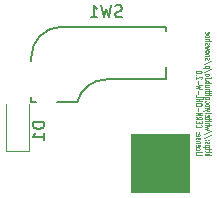
<source format=gbr>
%TF.GenerationSoftware,KiCad,Pcbnew,9.0.5*%
%TF.CreationDate,2025-10-09T16:36:40+08:00*%
%TF.ProjectId,snowshoe-mx,736e6f77-7368-46f6-952d-6d782e6b6963,rev?*%
%TF.SameCoordinates,Original*%
%TF.FileFunction,Legend,Bot*%
%TF.FilePolarity,Positive*%
%FSLAX46Y46*%
G04 Gerber Fmt 4.6, Leading zero omitted, Abs format (unit mm)*
G04 Created by KiCad (PCBNEW 9.0.5) date 2025-10-09 16:36:40*
%MOMM*%
%LPD*%
G01*
G04 APERTURE LIST*
%ADD10C,0.043750*%
%ADD11C,0.150000*%
%ADD12C,0.120000*%
G04 APERTURE END LIST*
G36*
X107100000Y-67100000D02*
G01*
X112100000Y-67100000D01*
X112100000Y-72100000D01*
X107100000Y-72100000D01*
X107100000Y-67100000D01*
G37*
D10*
X113368437Y-68887884D02*
X113868437Y-68887884D01*
X113368437Y-68737884D02*
X113630342Y-68737884D01*
X113630342Y-68737884D02*
X113677961Y-68754551D01*
X113677961Y-68754551D02*
X113701770Y-68787884D01*
X113701770Y-68787884D02*
X113701770Y-68837884D01*
X113701770Y-68837884D02*
X113677961Y-68871218D01*
X113677961Y-68871218D02*
X113654151Y-68887884D01*
X113701770Y-68621217D02*
X113701770Y-68487884D01*
X113868437Y-68571217D02*
X113439866Y-68571217D01*
X113439866Y-68571217D02*
X113392247Y-68554551D01*
X113392247Y-68554551D02*
X113368437Y-68521217D01*
X113368437Y-68521217D02*
X113368437Y-68487884D01*
X113701770Y-68421217D02*
X113701770Y-68287884D01*
X113868437Y-68371217D02*
X113439866Y-68371217D01*
X113439866Y-68371217D02*
X113392247Y-68354551D01*
X113392247Y-68354551D02*
X113368437Y-68321217D01*
X113368437Y-68321217D02*
X113368437Y-68287884D01*
X113701770Y-68171217D02*
X113201770Y-68171217D01*
X113677961Y-68171217D02*
X113701770Y-68137884D01*
X113701770Y-68137884D02*
X113701770Y-68071217D01*
X113701770Y-68071217D02*
X113677961Y-68037884D01*
X113677961Y-68037884D02*
X113654151Y-68021217D01*
X113654151Y-68021217D02*
X113606532Y-68004551D01*
X113606532Y-68004551D02*
X113463675Y-68004551D01*
X113463675Y-68004551D02*
X113416056Y-68021217D01*
X113416056Y-68021217D02*
X113392247Y-68037884D01*
X113392247Y-68037884D02*
X113368437Y-68071217D01*
X113368437Y-68071217D02*
X113368437Y-68137884D01*
X113368437Y-68137884D02*
X113392247Y-68171217D01*
X113392247Y-67871217D02*
X113368437Y-67837884D01*
X113368437Y-67837884D02*
X113368437Y-67771217D01*
X113368437Y-67771217D02*
X113392247Y-67737884D01*
X113392247Y-67737884D02*
X113439866Y-67721217D01*
X113439866Y-67721217D02*
X113463675Y-67721217D01*
X113463675Y-67721217D02*
X113511294Y-67737884D01*
X113511294Y-67737884D02*
X113535104Y-67771217D01*
X113535104Y-67771217D02*
X113535104Y-67821217D01*
X113535104Y-67821217D02*
X113558913Y-67854550D01*
X113558913Y-67854550D02*
X113606532Y-67871217D01*
X113606532Y-67871217D02*
X113630342Y-67871217D01*
X113630342Y-67871217D02*
X113677961Y-67854550D01*
X113677961Y-67854550D02*
X113701770Y-67821217D01*
X113701770Y-67821217D02*
X113701770Y-67771217D01*
X113701770Y-67771217D02*
X113677961Y-67737884D01*
X113416056Y-67571217D02*
X113392247Y-67554551D01*
X113392247Y-67554551D02*
X113368437Y-67571217D01*
X113368437Y-67571217D02*
X113392247Y-67587884D01*
X113392247Y-67587884D02*
X113416056Y-67571217D01*
X113416056Y-67571217D02*
X113368437Y-67571217D01*
X113677961Y-67571217D02*
X113654151Y-67554551D01*
X113654151Y-67554551D02*
X113630342Y-67571217D01*
X113630342Y-67571217D02*
X113654151Y-67587884D01*
X113654151Y-67587884D02*
X113677961Y-67571217D01*
X113677961Y-67571217D02*
X113630342Y-67571217D01*
X113892247Y-67154550D02*
X113249389Y-67454550D01*
X113892247Y-66787883D02*
X113249389Y-67087883D01*
X113701770Y-66704550D02*
X113368437Y-66637883D01*
X113368437Y-66637883D02*
X113606532Y-66571216D01*
X113606532Y-66571216D02*
X113368437Y-66504550D01*
X113368437Y-66504550D02*
X113701770Y-66437883D01*
X113368437Y-66304549D02*
X113868437Y-66304549D01*
X113368437Y-66154549D02*
X113630342Y-66154549D01*
X113630342Y-66154549D02*
X113677961Y-66171216D01*
X113677961Y-66171216D02*
X113701770Y-66204549D01*
X113701770Y-66204549D02*
X113701770Y-66254549D01*
X113701770Y-66254549D02*
X113677961Y-66287883D01*
X113677961Y-66287883D02*
X113654151Y-66304549D01*
X113368437Y-65987882D02*
X113701770Y-65987882D01*
X113868437Y-65987882D02*
X113844627Y-66004549D01*
X113844627Y-66004549D02*
X113820818Y-65987882D01*
X113820818Y-65987882D02*
X113844627Y-65971216D01*
X113844627Y-65971216D02*
X113868437Y-65987882D01*
X113868437Y-65987882D02*
X113820818Y-65987882D01*
X113701770Y-65871215D02*
X113701770Y-65737882D01*
X113868437Y-65821215D02*
X113439866Y-65821215D01*
X113439866Y-65821215D02*
X113392247Y-65804549D01*
X113392247Y-65804549D02*
X113368437Y-65771215D01*
X113368437Y-65771215D02*
X113368437Y-65737882D01*
X113392247Y-65487882D02*
X113368437Y-65521215D01*
X113368437Y-65521215D02*
X113368437Y-65587882D01*
X113368437Y-65587882D02*
X113392247Y-65621215D01*
X113392247Y-65621215D02*
X113439866Y-65637882D01*
X113439866Y-65637882D02*
X113630342Y-65637882D01*
X113630342Y-65637882D02*
X113677961Y-65621215D01*
X113677961Y-65621215D02*
X113701770Y-65587882D01*
X113701770Y-65587882D02*
X113701770Y-65521215D01*
X113701770Y-65521215D02*
X113677961Y-65487882D01*
X113677961Y-65487882D02*
X113630342Y-65471215D01*
X113630342Y-65471215D02*
X113582723Y-65471215D01*
X113582723Y-65471215D02*
X113535104Y-65637882D01*
X113368437Y-65271215D02*
X113392247Y-65304549D01*
X113392247Y-65304549D02*
X113439866Y-65321215D01*
X113439866Y-65321215D02*
X113868437Y-65321215D01*
X113701770Y-65171216D02*
X113368437Y-65087882D01*
X113701770Y-65004549D02*
X113368437Y-65087882D01*
X113368437Y-65087882D02*
X113249389Y-65121216D01*
X113249389Y-65121216D02*
X113225580Y-65137882D01*
X113225580Y-65137882D02*
X113201770Y-65171216D01*
X113701770Y-64871215D02*
X113368437Y-64871215D01*
X113654151Y-64871215D02*
X113677961Y-64854549D01*
X113677961Y-64854549D02*
X113701770Y-64821215D01*
X113701770Y-64821215D02*
X113701770Y-64771215D01*
X113701770Y-64771215D02*
X113677961Y-64737882D01*
X113677961Y-64737882D02*
X113630342Y-64721215D01*
X113630342Y-64721215D02*
X113368437Y-64721215D01*
X113368437Y-64587882D02*
X113701770Y-64404548D01*
X113701770Y-64587882D02*
X113368437Y-64404548D01*
X113416056Y-64271215D02*
X113392247Y-64254549D01*
X113392247Y-64254549D02*
X113368437Y-64271215D01*
X113368437Y-64271215D02*
X113392247Y-64287882D01*
X113392247Y-64287882D02*
X113416056Y-64271215D01*
X113416056Y-64271215D02*
X113368437Y-64271215D01*
X113701770Y-63954548D02*
X113297008Y-63954548D01*
X113297008Y-63954548D02*
X113249389Y-63971215D01*
X113249389Y-63971215D02*
X113225580Y-63987882D01*
X113225580Y-63987882D02*
X113201770Y-64021215D01*
X113201770Y-64021215D02*
X113201770Y-64071215D01*
X113201770Y-64071215D02*
X113225580Y-64104548D01*
X113392247Y-63954548D02*
X113368437Y-63987882D01*
X113368437Y-63987882D02*
X113368437Y-64054548D01*
X113368437Y-64054548D02*
X113392247Y-64087882D01*
X113392247Y-64087882D02*
X113416056Y-64104548D01*
X113416056Y-64104548D02*
X113463675Y-64121215D01*
X113463675Y-64121215D02*
X113606532Y-64121215D01*
X113606532Y-64121215D02*
X113654151Y-64104548D01*
X113654151Y-64104548D02*
X113677961Y-64087882D01*
X113677961Y-64087882D02*
X113701770Y-64054548D01*
X113701770Y-64054548D02*
X113701770Y-63987882D01*
X113701770Y-63987882D02*
X113677961Y-63954548D01*
X113368437Y-63787881D02*
X113701770Y-63787881D01*
X113868437Y-63787881D02*
X113844627Y-63804548D01*
X113844627Y-63804548D02*
X113820818Y-63787881D01*
X113820818Y-63787881D02*
X113844627Y-63771215D01*
X113844627Y-63771215D02*
X113868437Y-63787881D01*
X113868437Y-63787881D02*
X113820818Y-63787881D01*
X113701770Y-63671214D02*
X113701770Y-63537881D01*
X113868437Y-63621214D02*
X113439866Y-63621214D01*
X113439866Y-63621214D02*
X113392247Y-63604548D01*
X113392247Y-63604548D02*
X113368437Y-63571214D01*
X113368437Y-63571214D02*
X113368437Y-63537881D01*
X113368437Y-63421214D02*
X113868437Y-63421214D01*
X113368437Y-63271214D02*
X113630342Y-63271214D01*
X113630342Y-63271214D02*
X113677961Y-63287881D01*
X113677961Y-63287881D02*
X113701770Y-63321214D01*
X113701770Y-63321214D02*
X113701770Y-63371214D01*
X113701770Y-63371214D02*
X113677961Y-63404548D01*
X113677961Y-63404548D02*
X113654151Y-63421214D01*
X113701770Y-62954547D02*
X113368437Y-62954547D01*
X113701770Y-63104547D02*
X113439866Y-63104547D01*
X113439866Y-63104547D02*
X113392247Y-63087881D01*
X113392247Y-63087881D02*
X113368437Y-63054547D01*
X113368437Y-63054547D02*
X113368437Y-63004547D01*
X113368437Y-63004547D02*
X113392247Y-62971214D01*
X113392247Y-62971214D02*
X113416056Y-62954547D01*
X113368437Y-62787880D02*
X113868437Y-62787880D01*
X113677961Y-62787880D02*
X113701770Y-62754547D01*
X113701770Y-62754547D02*
X113701770Y-62687880D01*
X113701770Y-62687880D02*
X113677961Y-62654547D01*
X113677961Y-62654547D02*
X113654151Y-62637880D01*
X113654151Y-62637880D02*
X113606532Y-62621214D01*
X113606532Y-62621214D02*
X113463675Y-62621214D01*
X113463675Y-62621214D02*
X113416056Y-62637880D01*
X113416056Y-62637880D02*
X113392247Y-62654547D01*
X113392247Y-62654547D02*
X113368437Y-62687880D01*
X113368437Y-62687880D02*
X113368437Y-62754547D01*
X113368437Y-62754547D02*
X113392247Y-62787880D01*
X113416056Y-62471213D02*
X113392247Y-62454547D01*
X113392247Y-62454547D02*
X113368437Y-62471213D01*
X113368437Y-62471213D02*
X113392247Y-62487880D01*
X113392247Y-62487880D02*
X113416056Y-62471213D01*
X113416056Y-62471213D02*
X113368437Y-62471213D01*
X113368437Y-62304546D02*
X113701770Y-62304546D01*
X113868437Y-62304546D02*
X113844627Y-62321213D01*
X113844627Y-62321213D02*
X113820818Y-62304546D01*
X113820818Y-62304546D02*
X113844627Y-62287880D01*
X113844627Y-62287880D02*
X113868437Y-62304546D01*
X113868437Y-62304546D02*
X113820818Y-62304546D01*
X113368437Y-62087879D02*
X113392247Y-62121213D01*
X113392247Y-62121213D02*
X113416056Y-62137879D01*
X113416056Y-62137879D02*
X113463675Y-62154546D01*
X113463675Y-62154546D02*
X113606532Y-62154546D01*
X113606532Y-62154546D02*
X113654151Y-62137879D01*
X113654151Y-62137879D02*
X113677961Y-62121213D01*
X113677961Y-62121213D02*
X113701770Y-62087879D01*
X113701770Y-62087879D02*
X113701770Y-62037879D01*
X113701770Y-62037879D02*
X113677961Y-62004546D01*
X113677961Y-62004546D02*
X113654151Y-61987879D01*
X113654151Y-61987879D02*
X113606532Y-61971213D01*
X113606532Y-61971213D02*
X113463675Y-61971213D01*
X113463675Y-61971213D02*
X113416056Y-61987879D01*
X113416056Y-61987879D02*
X113392247Y-62004546D01*
X113392247Y-62004546D02*
X113368437Y-62037879D01*
X113368437Y-62037879D02*
X113368437Y-62087879D01*
X113892247Y-61571212D02*
X113249389Y-61871212D01*
X113701770Y-61454545D02*
X113201770Y-61454545D01*
X113677961Y-61454545D02*
X113701770Y-61421212D01*
X113701770Y-61421212D02*
X113701770Y-61354545D01*
X113701770Y-61354545D02*
X113677961Y-61321212D01*
X113677961Y-61321212D02*
X113654151Y-61304545D01*
X113654151Y-61304545D02*
X113606532Y-61287879D01*
X113606532Y-61287879D02*
X113463675Y-61287879D01*
X113463675Y-61287879D02*
X113416056Y-61304545D01*
X113416056Y-61304545D02*
X113392247Y-61321212D01*
X113392247Y-61321212D02*
X113368437Y-61354545D01*
X113368437Y-61354545D02*
X113368437Y-61421212D01*
X113368437Y-61421212D02*
X113392247Y-61454545D01*
X113892247Y-60887878D02*
X113249389Y-61187878D01*
X113392247Y-60787878D02*
X113368437Y-60754545D01*
X113368437Y-60754545D02*
X113368437Y-60687878D01*
X113368437Y-60687878D02*
X113392247Y-60654545D01*
X113392247Y-60654545D02*
X113439866Y-60637878D01*
X113439866Y-60637878D02*
X113463675Y-60637878D01*
X113463675Y-60637878D02*
X113511294Y-60654545D01*
X113511294Y-60654545D02*
X113535104Y-60687878D01*
X113535104Y-60687878D02*
X113535104Y-60737878D01*
X113535104Y-60737878D02*
X113558913Y-60771211D01*
X113558913Y-60771211D02*
X113606532Y-60787878D01*
X113606532Y-60787878D02*
X113630342Y-60787878D01*
X113630342Y-60787878D02*
X113677961Y-60771211D01*
X113677961Y-60771211D02*
X113701770Y-60737878D01*
X113701770Y-60737878D02*
X113701770Y-60687878D01*
X113701770Y-60687878D02*
X113677961Y-60654545D01*
X113701770Y-60487878D02*
X113368437Y-60487878D01*
X113654151Y-60487878D02*
X113677961Y-60471212D01*
X113677961Y-60471212D02*
X113701770Y-60437878D01*
X113701770Y-60437878D02*
X113701770Y-60387878D01*
X113701770Y-60387878D02*
X113677961Y-60354545D01*
X113677961Y-60354545D02*
X113630342Y-60337878D01*
X113630342Y-60337878D02*
X113368437Y-60337878D01*
X113368437Y-60121211D02*
X113392247Y-60154545D01*
X113392247Y-60154545D02*
X113416056Y-60171211D01*
X113416056Y-60171211D02*
X113463675Y-60187878D01*
X113463675Y-60187878D02*
X113606532Y-60187878D01*
X113606532Y-60187878D02*
X113654151Y-60171211D01*
X113654151Y-60171211D02*
X113677961Y-60154545D01*
X113677961Y-60154545D02*
X113701770Y-60121211D01*
X113701770Y-60121211D02*
X113701770Y-60071211D01*
X113701770Y-60071211D02*
X113677961Y-60037878D01*
X113677961Y-60037878D02*
X113654151Y-60021211D01*
X113654151Y-60021211D02*
X113606532Y-60004545D01*
X113606532Y-60004545D02*
X113463675Y-60004545D01*
X113463675Y-60004545D02*
X113416056Y-60021211D01*
X113416056Y-60021211D02*
X113392247Y-60037878D01*
X113392247Y-60037878D02*
X113368437Y-60071211D01*
X113368437Y-60071211D02*
X113368437Y-60121211D01*
X113701770Y-59887878D02*
X113368437Y-59821211D01*
X113368437Y-59821211D02*
X113606532Y-59754544D01*
X113606532Y-59754544D02*
X113368437Y-59687878D01*
X113368437Y-59687878D02*
X113701770Y-59621211D01*
X113392247Y-59504544D02*
X113368437Y-59471211D01*
X113368437Y-59471211D02*
X113368437Y-59404544D01*
X113368437Y-59404544D02*
X113392247Y-59371211D01*
X113392247Y-59371211D02*
X113439866Y-59354544D01*
X113439866Y-59354544D02*
X113463675Y-59354544D01*
X113463675Y-59354544D02*
X113511294Y-59371211D01*
X113511294Y-59371211D02*
X113535104Y-59404544D01*
X113535104Y-59404544D02*
X113535104Y-59454544D01*
X113535104Y-59454544D02*
X113558913Y-59487877D01*
X113558913Y-59487877D02*
X113606532Y-59504544D01*
X113606532Y-59504544D02*
X113630342Y-59504544D01*
X113630342Y-59504544D02*
X113677961Y-59487877D01*
X113677961Y-59487877D02*
X113701770Y-59454544D01*
X113701770Y-59454544D02*
X113701770Y-59404544D01*
X113701770Y-59404544D02*
X113677961Y-59371211D01*
X113368437Y-59204544D02*
X113868437Y-59204544D01*
X113368437Y-59054544D02*
X113630342Y-59054544D01*
X113630342Y-59054544D02*
X113677961Y-59071211D01*
X113677961Y-59071211D02*
X113701770Y-59104544D01*
X113701770Y-59104544D02*
X113701770Y-59154544D01*
X113701770Y-59154544D02*
X113677961Y-59187878D01*
X113677961Y-59187878D02*
X113654151Y-59204544D01*
X113368437Y-58837877D02*
X113392247Y-58871211D01*
X113392247Y-58871211D02*
X113416056Y-58887877D01*
X113416056Y-58887877D02*
X113463675Y-58904544D01*
X113463675Y-58904544D02*
X113606532Y-58904544D01*
X113606532Y-58904544D02*
X113654151Y-58887877D01*
X113654151Y-58887877D02*
X113677961Y-58871211D01*
X113677961Y-58871211D02*
X113701770Y-58837877D01*
X113701770Y-58837877D02*
X113701770Y-58787877D01*
X113701770Y-58787877D02*
X113677961Y-58754544D01*
X113677961Y-58754544D02*
X113654151Y-58737877D01*
X113654151Y-58737877D02*
X113606532Y-58721211D01*
X113606532Y-58721211D02*
X113463675Y-58721211D01*
X113463675Y-58721211D02*
X113416056Y-58737877D01*
X113416056Y-58737877D02*
X113392247Y-58754544D01*
X113392247Y-58754544D02*
X113368437Y-58787877D01*
X113368437Y-58787877D02*
X113368437Y-58837877D01*
X113392247Y-58437877D02*
X113368437Y-58471210D01*
X113368437Y-58471210D02*
X113368437Y-58537877D01*
X113368437Y-58537877D02*
X113392247Y-58571210D01*
X113392247Y-58571210D02*
X113439866Y-58587877D01*
X113439866Y-58587877D02*
X113630342Y-58587877D01*
X113630342Y-58587877D02*
X113677961Y-58571210D01*
X113677961Y-58571210D02*
X113701770Y-58537877D01*
X113701770Y-58537877D02*
X113701770Y-58471210D01*
X113701770Y-58471210D02*
X113677961Y-58437877D01*
X113677961Y-58437877D02*
X113630342Y-58421210D01*
X113630342Y-58421210D02*
X113582723Y-58421210D01*
X113582723Y-58421210D02*
X113535104Y-58587877D01*
X112563465Y-68721218D02*
X112563465Y-68887884D01*
X112563465Y-68887884D02*
X113063465Y-68887884D01*
X112563465Y-68604551D02*
X112896798Y-68604551D01*
X113063465Y-68604551D02*
X113039655Y-68621218D01*
X113039655Y-68621218D02*
X113015846Y-68604551D01*
X113015846Y-68604551D02*
X113039655Y-68587885D01*
X113039655Y-68587885D02*
X113063465Y-68604551D01*
X113063465Y-68604551D02*
X113015846Y-68604551D01*
X112587275Y-68287884D02*
X112563465Y-68321218D01*
X112563465Y-68321218D02*
X112563465Y-68387884D01*
X112563465Y-68387884D02*
X112587275Y-68421218D01*
X112587275Y-68421218D02*
X112611084Y-68437884D01*
X112611084Y-68437884D02*
X112658703Y-68454551D01*
X112658703Y-68454551D02*
X112801560Y-68454551D01*
X112801560Y-68454551D02*
X112849179Y-68437884D01*
X112849179Y-68437884D02*
X112872989Y-68421218D01*
X112872989Y-68421218D02*
X112896798Y-68387884D01*
X112896798Y-68387884D02*
X112896798Y-68321218D01*
X112896798Y-68321218D02*
X112872989Y-68287884D01*
X112587275Y-68004551D02*
X112563465Y-68037884D01*
X112563465Y-68037884D02*
X112563465Y-68104551D01*
X112563465Y-68104551D02*
X112587275Y-68137884D01*
X112587275Y-68137884D02*
X112634894Y-68154551D01*
X112634894Y-68154551D02*
X112825370Y-68154551D01*
X112825370Y-68154551D02*
X112872989Y-68137884D01*
X112872989Y-68137884D02*
X112896798Y-68104551D01*
X112896798Y-68104551D02*
X112896798Y-68037884D01*
X112896798Y-68037884D02*
X112872989Y-68004551D01*
X112872989Y-68004551D02*
X112825370Y-67987884D01*
X112825370Y-67987884D02*
X112777751Y-67987884D01*
X112777751Y-67987884D02*
X112730132Y-68154551D01*
X112896798Y-67837884D02*
X112563465Y-67837884D01*
X112849179Y-67837884D02*
X112872989Y-67821218D01*
X112872989Y-67821218D02*
X112896798Y-67787884D01*
X112896798Y-67787884D02*
X112896798Y-67737884D01*
X112896798Y-67737884D02*
X112872989Y-67704551D01*
X112872989Y-67704551D02*
X112825370Y-67687884D01*
X112825370Y-67687884D02*
X112563465Y-67687884D01*
X112587275Y-67537884D02*
X112563465Y-67504551D01*
X112563465Y-67504551D02*
X112563465Y-67437884D01*
X112563465Y-67437884D02*
X112587275Y-67404551D01*
X112587275Y-67404551D02*
X112634894Y-67387884D01*
X112634894Y-67387884D02*
X112658703Y-67387884D01*
X112658703Y-67387884D02*
X112706322Y-67404551D01*
X112706322Y-67404551D02*
X112730132Y-67437884D01*
X112730132Y-67437884D02*
X112730132Y-67487884D01*
X112730132Y-67487884D02*
X112753941Y-67521217D01*
X112753941Y-67521217D02*
X112801560Y-67537884D01*
X112801560Y-67537884D02*
X112825370Y-67537884D01*
X112825370Y-67537884D02*
X112872989Y-67521217D01*
X112872989Y-67521217D02*
X112896798Y-67487884D01*
X112896798Y-67487884D02*
X112896798Y-67437884D01*
X112896798Y-67437884D02*
X112872989Y-67404551D01*
X112587275Y-67104551D02*
X112563465Y-67137884D01*
X112563465Y-67137884D02*
X112563465Y-67204551D01*
X112563465Y-67204551D02*
X112587275Y-67237884D01*
X112587275Y-67237884D02*
X112634894Y-67254551D01*
X112634894Y-67254551D02*
X112825370Y-67254551D01*
X112825370Y-67254551D02*
X112872989Y-67237884D01*
X112872989Y-67237884D02*
X112896798Y-67204551D01*
X112896798Y-67204551D02*
X112896798Y-67137884D01*
X112896798Y-67137884D02*
X112872989Y-67104551D01*
X112872989Y-67104551D02*
X112825370Y-67087884D01*
X112825370Y-67087884D02*
X112777751Y-67087884D01*
X112777751Y-67087884D02*
X112730132Y-67254551D01*
X112611084Y-66937884D02*
X112587275Y-66921218D01*
X112587275Y-66921218D02*
X112563465Y-66937884D01*
X112563465Y-66937884D02*
X112587275Y-66954551D01*
X112587275Y-66954551D02*
X112611084Y-66937884D01*
X112611084Y-66937884D02*
X112563465Y-66937884D01*
X112872989Y-66937884D02*
X112849179Y-66921218D01*
X112849179Y-66921218D02*
X112825370Y-66937884D01*
X112825370Y-66937884D02*
X112849179Y-66954551D01*
X112849179Y-66954551D02*
X112872989Y-66937884D01*
X112872989Y-66937884D02*
X112825370Y-66937884D01*
X112611084Y-66304550D02*
X112587275Y-66321217D01*
X112587275Y-66321217D02*
X112563465Y-66371217D01*
X112563465Y-66371217D02*
X112563465Y-66404550D01*
X112563465Y-66404550D02*
X112587275Y-66454550D01*
X112587275Y-66454550D02*
X112634894Y-66487884D01*
X112634894Y-66487884D02*
X112682513Y-66504550D01*
X112682513Y-66504550D02*
X112777751Y-66521217D01*
X112777751Y-66521217D02*
X112849179Y-66521217D01*
X112849179Y-66521217D02*
X112944417Y-66504550D01*
X112944417Y-66504550D02*
X112992036Y-66487884D01*
X112992036Y-66487884D02*
X113039655Y-66454550D01*
X113039655Y-66454550D02*
X113063465Y-66404550D01*
X113063465Y-66404550D02*
X113063465Y-66371217D01*
X113063465Y-66371217D02*
X113039655Y-66321217D01*
X113039655Y-66321217D02*
X113015846Y-66304550D01*
X112825370Y-66154550D02*
X112825370Y-66037884D01*
X112563465Y-65987884D02*
X112563465Y-66154550D01*
X112563465Y-66154550D02*
X113063465Y-66154550D01*
X113063465Y-66154550D02*
X113063465Y-65987884D01*
X112563465Y-65637883D02*
X112801560Y-65754550D01*
X112563465Y-65837883D02*
X113063465Y-65837883D01*
X113063465Y-65837883D02*
X113063465Y-65704550D01*
X113063465Y-65704550D02*
X113039655Y-65671217D01*
X113039655Y-65671217D02*
X113015846Y-65654550D01*
X113015846Y-65654550D02*
X112968227Y-65637883D01*
X112968227Y-65637883D02*
X112896798Y-65637883D01*
X112896798Y-65637883D02*
X112849179Y-65654550D01*
X112849179Y-65654550D02*
X112825370Y-65671217D01*
X112825370Y-65671217D02*
X112801560Y-65704550D01*
X112801560Y-65704550D02*
X112801560Y-65837883D01*
X112563465Y-65487883D02*
X113063465Y-65487883D01*
X113063465Y-65487883D02*
X112563465Y-65287883D01*
X112563465Y-65287883D02*
X113063465Y-65287883D01*
X112753941Y-65121216D02*
X112753941Y-64854550D01*
X113063465Y-64621217D02*
X113063465Y-64554550D01*
X113063465Y-64554550D02*
X113039655Y-64521217D01*
X113039655Y-64521217D02*
X112992036Y-64487883D01*
X112992036Y-64487883D02*
X112896798Y-64471217D01*
X112896798Y-64471217D02*
X112730132Y-64471217D01*
X112730132Y-64471217D02*
X112634894Y-64487883D01*
X112634894Y-64487883D02*
X112587275Y-64521217D01*
X112587275Y-64521217D02*
X112563465Y-64554550D01*
X112563465Y-64554550D02*
X112563465Y-64621217D01*
X112563465Y-64621217D02*
X112587275Y-64654550D01*
X112587275Y-64654550D02*
X112634894Y-64687883D01*
X112634894Y-64687883D02*
X112730132Y-64704550D01*
X112730132Y-64704550D02*
X112896798Y-64704550D01*
X112896798Y-64704550D02*
X112992036Y-64687883D01*
X112992036Y-64687883D02*
X113039655Y-64654550D01*
X113039655Y-64654550D02*
X113063465Y-64621217D01*
X112563465Y-64321216D02*
X113063465Y-64321216D01*
X112825370Y-64321216D02*
X112825370Y-64121216D01*
X112563465Y-64121216D02*
X113063465Y-64121216D01*
X112563465Y-63787883D02*
X112563465Y-63954549D01*
X112563465Y-63954549D02*
X113063465Y-63954549D01*
X112753941Y-63671216D02*
X112753941Y-63404550D01*
X113063465Y-63271217D02*
X112563465Y-63187883D01*
X112563465Y-63187883D02*
X112920608Y-63121217D01*
X112920608Y-63121217D02*
X112563465Y-63054550D01*
X112563465Y-63054550D02*
X113063465Y-62971217D01*
X112753941Y-62837883D02*
X112753941Y-62571217D01*
X113015846Y-62421217D02*
X113039655Y-62404550D01*
X113039655Y-62404550D02*
X113063465Y-62371217D01*
X113063465Y-62371217D02*
X113063465Y-62287884D01*
X113063465Y-62287884D02*
X113039655Y-62254550D01*
X113039655Y-62254550D02*
X113015846Y-62237884D01*
X113015846Y-62237884D02*
X112968227Y-62221217D01*
X112968227Y-62221217D02*
X112920608Y-62221217D01*
X112920608Y-62221217D02*
X112849179Y-62237884D01*
X112849179Y-62237884D02*
X112563465Y-62437884D01*
X112563465Y-62437884D02*
X112563465Y-62221217D01*
X112611084Y-62071217D02*
X112587275Y-62054551D01*
X112587275Y-62054551D02*
X112563465Y-62071217D01*
X112563465Y-62071217D02*
X112587275Y-62087884D01*
X112587275Y-62087884D02*
X112611084Y-62071217D01*
X112611084Y-62071217D02*
X112563465Y-62071217D01*
X113063465Y-61837884D02*
X113063465Y-61804550D01*
X113063465Y-61804550D02*
X113039655Y-61771217D01*
X113039655Y-61771217D02*
X113015846Y-61754550D01*
X113015846Y-61754550D02*
X112968227Y-61737884D01*
X112968227Y-61737884D02*
X112872989Y-61721217D01*
X112872989Y-61721217D02*
X112753941Y-61721217D01*
X112753941Y-61721217D02*
X112658703Y-61737884D01*
X112658703Y-61737884D02*
X112611084Y-61754550D01*
X112611084Y-61754550D02*
X112587275Y-61771217D01*
X112587275Y-61771217D02*
X112563465Y-61804550D01*
X112563465Y-61804550D02*
X112563465Y-61837884D01*
X112563465Y-61837884D02*
X112587275Y-61871217D01*
X112587275Y-61871217D02*
X112611084Y-61887884D01*
X112611084Y-61887884D02*
X112658703Y-61904550D01*
X112658703Y-61904550D02*
X112753941Y-61921217D01*
X112753941Y-61921217D02*
X112872989Y-61921217D01*
X112872989Y-61921217D02*
X112968227Y-61904550D01*
X112968227Y-61904550D02*
X113015846Y-61887884D01*
X113015846Y-61887884D02*
X113039655Y-61871217D01*
X113039655Y-61871217D02*
X113063465Y-61837884D01*
D11*
X106333332Y-57152200D02*
X106190475Y-57199819D01*
X106190475Y-57199819D02*
X105952380Y-57199819D01*
X105952380Y-57199819D02*
X105857142Y-57152200D01*
X105857142Y-57152200D02*
X105809523Y-57104580D01*
X105809523Y-57104580D02*
X105761904Y-57009342D01*
X105761904Y-57009342D02*
X105761904Y-56914104D01*
X105761904Y-56914104D02*
X105809523Y-56818866D01*
X105809523Y-56818866D02*
X105857142Y-56771247D01*
X105857142Y-56771247D02*
X105952380Y-56723628D01*
X105952380Y-56723628D02*
X106142856Y-56676009D01*
X106142856Y-56676009D02*
X106238094Y-56628390D01*
X106238094Y-56628390D02*
X106285713Y-56580771D01*
X106285713Y-56580771D02*
X106333332Y-56485533D01*
X106333332Y-56485533D02*
X106333332Y-56390295D01*
X106333332Y-56390295D02*
X106285713Y-56295057D01*
X106285713Y-56295057D02*
X106238094Y-56247438D01*
X106238094Y-56247438D02*
X106142856Y-56199819D01*
X106142856Y-56199819D02*
X105904761Y-56199819D01*
X105904761Y-56199819D02*
X105761904Y-56247438D01*
X105428570Y-56199819D02*
X105190475Y-57199819D01*
X105190475Y-57199819D02*
X104999999Y-56485533D01*
X104999999Y-56485533D02*
X104809523Y-57199819D01*
X104809523Y-57199819D02*
X104571428Y-56199819D01*
X103666666Y-57199819D02*
X104238094Y-57199819D01*
X103952380Y-57199819D02*
X103952380Y-56199819D01*
X103952380Y-56199819D02*
X104047618Y-56342676D01*
X104047618Y-56342676D02*
X104142856Y-56437914D01*
X104142856Y-56437914D02*
X104238094Y-56485533D01*
X99754819Y-66061905D02*
X98754819Y-66061905D01*
X98754819Y-66061905D02*
X98754819Y-66300000D01*
X98754819Y-66300000D02*
X98802438Y-66442857D01*
X98802438Y-66442857D02*
X98897676Y-66538095D01*
X98897676Y-66538095D02*
X98992914Y-66585714D01*
X98992914Y-66585714D02*
X99183390Y-66633333D01*
X99183390Y-66633333D02*
X99326247Y-66633333D01*
X99326247Y-66633333D02*
X99516723Y-66585714D01*
X99516723Y-66585714D02*
X99611961Y-66538095D01*
X99611961Y-66538095D02*
X99707200Y-66442857D01*
X99707200Y-66442857D02*
X99754819Y-66300000D01*
X99754819Y-66300000D02*
X99754819Y-66061905D01*
X99754819Y-67585714D02*
X99754819Y-67014286D01*
X99754819Y-67300000D02*
X98754819Y-67300000D01*
X98754819Y-67300000D02*
X98897676Y-67204762D01*
X98897676Y-67204762D02*
X98992914Y-67109524D01*
X98992914Y-67109524D02*
X99040533Y-67014286D01*
%TO.C,SW1*%
X98650000Y-60555000D02*
X98650000Y-60936000D01*
X98650000Y-63984000D02*
X98650000Y-64365000D01*
X99031000Y-64365000D02*
X98650000Y-64365000D01*
X101190000Y-58015000D02*
X110080000Y-58015000D01*
X102535838Y-64365000D02*
X100809000Y-64365000D01*
X110080000Y-58015000D02*
X110080000Y-58396000D01*
X110080000Y-61444000D02*
X110080000Y-62460000D01*
X110080000Y-62460000D02*
X105000000Y-62460000D01*
X98650000Y-60555000D02*
G75*
G02*
X101190000Y-58015000I2540001J-1D01*
G01*
X102535838Y-64383960D02*
G75*
G02*
X105000000Y-62459999I2464162J-616039D01*
G01*
D12*
%TO.C,D1*%
X96500000Y-68510000D02*
X96500000Y-64500000D01*
X98500000Y-68510000D02*
X96500000Y-68510000D01*
X98500000Y-68510000D02*
X98500000Y-64500000D01*
%TD*%
M02*

</source>
